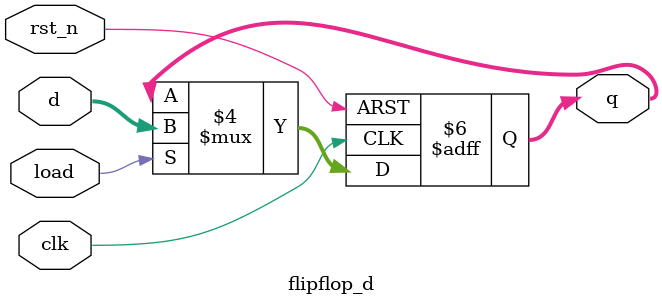
<source format=v>
module flipflop_d #(
    parameter WIDTH = 32
) (
    input      clk,
    input      rst_n,
    input      load,
    input  [WIDTH-1:0] d,
    output reg [WIDTH-1:0] q
);

    always @(posedge clk or negedge rst_n) begin
        if (!rst_n) begin
            q <= {WIDTH{1'b0}};  // Initialize all bits to 0
        end else if (load) begin
            q <= d;
        end
        else q <= q;
    end

endmodule

</source>
